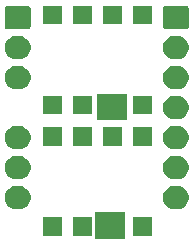
<source format=gbr>
%TF.GenerationSoftware,KiCad,Pcbnew,8.0.4*%
%TF.CreationDate,2024-09-08T19:35:36-03:00*%
%TF.ProjectId,PCBWay-Module_TA6586,50434257-6179-42d4-9d6f-64756c655f54,rev?*%
%TF.SameCoordinates,Original*%
%TF.FileFunction,Soldermask,Top*%
%TF.FilePolarity,Negative*%
%FSLAX46Y46*%
G04 Gerber Fmt 4.6, Leading zero omitted, Abs format (unit mm)*
G04 Created by KiCad (PCBNEW 8.0.4) date 2024-09-08 19:35:36*
%MOMM*%
%LPD*%
G01*
G04 APERTURE LIST*
G04 APERTURE END LIST*
G36*
X149100576Y-85999423D02*
G01*
X149105000Y-86010104D01*
X149105000Y-88239895D01*
X149100576Y-88250576D01*
X149089896Y-88255000D01*
X146560104Y-88255000D01*
X146549423Y-88250576D01*
X146545000Y-88239895D01*
X146545000Y-86010104D01*
X146549423Y-85999423D01*
X146560104Y-85995000D01*
X149089896Y-85995000D01*
X149100576Y-85999423D01*
G37*
G36*
X143780000Y-88020000D02*
G01*
X142180000Y-88020000D01*
X142180000Y-86420000D01*
X143780000Y-86420000D01*
X143780000Y-88020000D01*
G37*
G36*
X146320000Y-88020000D02*
G01*
X144720000Y-88020000D01*
X144720000Y-86420000D01*
X146320000Y-86420000D01*
X146320000Y-88020000D01*
G37*
G36*
X151400000Y-88020000D02*
G01*
X149800000Y-88020000D01*
X149800000Y-86420000D01*
X151400000Y-86420000D01*
X151400000Y-88020000D01*
G37*
G36*
X140198017Y-83744815D02*
G01*
X140390285Y-83783060D01*
X140571397Y-83858079D01*
X140734393Y-83966990D01*
X140873010Y-84105607D01*
X140981921Y-84268603D01*
X141056940Y-84449715D01*
X141095185Y-84641983D01*
X141095185Y-84838017D01*
X141056940Y-85030285D01*
X140981921Y-85211397D01*
X140873010Y-85374393D01*
X140734393Y-85513010D01*
X140571397Y-85621921D01*
X140390285Y-85696940D01*
X140198017Y-85735185D01*
X140100000Y-85740000D01*
X140098749Y-85740000D01*
X139901251Y-85740000D01*
X139900000Y-85740000D01*
X139801983Y-85735185D01*
X139609715Y-85696940D01*
X139428603Y-85621921D01*
X139265607Y-85513010D01*
X139126990Y-85374393D01*
X139018079Y-85211397D01*
X138943060Y-85030285D01*
X138904815Y-84838017D01*
X138904815Y-84641983D01*
X138943060Y-84449715D01*
X139018079Y-84268603D01*
X139126990Y-84105607D01*
X139265607Y-83966990D01*
X139428603Y-83858079D01*
X139609715Y-83783060D01*
X139801983Y-83744815D01*
X139900000Y-83740000D01*
X140100000Y-83740000D01*
X140198017Y-83744815D01*
G37*
G36*
X153598017Y-83744815D02*
G01*
X153790285Y-83783060D01*
X153971397Y-83858079D01*
X154134393Y-83966990D01*
X154273010Y-84105607D01*
X154381921Y-84268603D01*
X154456940Y-84449715D01*
X154495185Y-84641983D01*
X154495185Y-84838017D01*
X154456940Y-85030285D01*
X154381921Y-85211397D01*
X154273010Y-85374393D01*
X154134393Y-85513010D01*
X153971397Y-85621921D01*
X153790285Y-85696940D01*
X153598017Y-85735185D01*
X153500000Y-85740000D01*
X153498749Y-85740000D01*
X153301251Y-85740000D01*
X153300000Y-85740000D01*
X153201983Y-85735185D01*
X153009715Y-85696940D01*
X152828603Y-85621921D01*
X152665607Y-85513010D01*
X152526990Y-85374393D01*
X152418079Y-85211397D01*
X152343060Y-85030285D01*
X152304815Y-84838017D01*
X152304815Y-84641983D01*
X152343060Y-84449715D01*
X152418079Y-84268603D01*
X152526990Y-84105607D01*
X152665607Y-83966990D01*
X152828603Y-83858079D01*
X153009715Y-83783060D01*
X153201983Y-83744815D01*
X153300000Y-83740000D01*
X153500000Y-83740000D01*
X153598017Y-83744815D01*
G37*
G36*
X140198017Y-81204815D02*
G01*
X140390285Y-81243060D01*
X140571397Y-81318079D01*
X140734393Y-81426990D01*
X140873010Y-81565607D01*
X140981921Y-81728603D01*
X141056940Y-81909715D01*
X141095185Y-82101983D01*
X141095185Y-82298017D01*
X141056940Y-82490285D01*
X140981921Y-82671397D01*
X140873010Y-82834393D01*
X140734393Y-82973010D01*
X140571397Y-83081921D01*
X140390285Y-83156940D01*
X140198017Y-83195185D01*
X140100000Y-83200000D01*
X140098749Y-83200000D01*
X139901251Y-83200000D01*
X139900000Y-83200000D01*
X139801983Y-83195185D01*
X139609715Y-83156940D01*
X139428603Y-83081921D01*
X139265607Y-82973010D01*
X139126990Y-82834393D01*
X139018079Y-82671397D01*
X138943060Y-82490285D01*
X138904815Y-82298017D01*
X138904815Y-82101983D01*
X138943060Y-81909715D01*
X139018079Y-81728603D01*
X139126990Y-81565607D01*
X139265607Y-81426990D01*
X139428603Y-81318079D01*
X139609715Y-81243060D01*
X139801983Y-81204815D01*
X139900000Y-81200000D01*
X140100000Y-81200000D01*
X140198017Y-81204815D01*
G37*
G36*
X153598017Y-81204815D02*
G01*
X153790285Y-81243060D01*
X153971397Y-81318079D01*
X154134393Y-81426990D01*
X154273010Y-81565607D01*
X154381921Y-81728603D01*
X154456940Y-81909715D01*
X154495185Y-82101983D01*
X154495185Y-82298017D01*
X154456940Y-82490285D01*
X154381921Y-82671397D01*
X154273010Y-82834393D01*
X154134393Y-82973010D01*
X153971397Y-83081921D01*
X153790285Y-83156940D01*
X153598017Y-83195185D01*
X153500000Y-83200000D01*
X153498749Y-83200000D01*
X153301251Y-83200000D01*
X153300000Y-83200000D01*
X153201983Y-83195185D01*
X153009715Y-83156940D01*
X152828603Y-83081921D01*
X152665607Y-82973010D01*
X152526990Y-82834393D01*
X152418079Y-82671397D01*
X152343060Y-82490285D01*
X152304815Y-82298017D01*
X152304815Y-82101983D01*
X152343060Y-81909715D01*
X152418079Y-81728603D01*
X152526990Y-81565607D01*
X152665607Y-81426990D01*
X152828603Y-81318079D01*
X153009715Y-81243060D01*
X153201983Y-81204815D01*
X153300000Y-81200000D01*
X153500000Y-81200000D01*
X153598017Y-81204815D01*
G37*
G36*
X140198017Y-78664815D02*
G01*
X140390285Y-78703060D01*
X140571397Y-78778079D01*
X140734393Y-78886990D01*
X140873010Y-79025607D01*
X140981921Y-79188603D01*
X141056940Y-79369715D01*
X141095185Y-79561983D01*
X141095185Y-79758017D01*
X141056940Y-79950285D01*
X140981921Y-80131397D01*
X140873010Y-80294393D01*
X140734393Y-80433010D01*
X140571397Y-80541921D01*
X140390285Y-80616940D01*
X140198017Y-80655185D01*
X140100000Y-80660000D01*
X140098749Y-80660000D01*
X139901251Y-80660000D01*
X139900000Y-80660000D01*
X139801983Y-80655185D01*
X139609715Y-80616940D01*
X139428603Y-80541921D01*
X139265607Y-80433010D01*
X139126990Y-80294393D01*
X139018079Y-80131397D01*
X138943060Y-79950285D01*
X138904815Y-79758017D01*
X138904815Y-79561983D01*
X138943060Y-79369715D01*
X139018079Y-79188603D01*
X139126990Y-79025607D01*
X139265607Y-78886990D01*
X139428603Y-78778079D01*
X139609715Y-78703060D01*
X139801983Y-78664815D01*
X139900000Y-78660000D01*
X140100000Y-78660000D01*
X140198017Y-78664815D01*
G37*
G36*
X153598017Y-78664815D02*
G01*
X153790285Y-78703060D01*
X153971397Y-78778079D01*
X154134393Y-78886990D01*
X154273010Y-79025607D01*
X154381921Y-79188603D01*
X154456940Y-79369715D01*
X154495185Y-79561983D01*
X154495185Y-79758017D01*
X154456940Y-79950285D01*
X154381921Y-80131397D01*
X154273010Y-80294393D01*
X154134393Y-80433010D01*
X153971397Y-80541921D01*
X153790285Y-80616940D01*
X153598017Y-80655185D01*
X153500000Y-80660000D01*
X153498749Y-80660000D01*
X153301251Y-80660000D01*
X153300000Y-80660000D01*
X153201983Y-80655185D01*
X153009715Y-80616940D01*
X152828603Y-80541921D01*
X152665607Y-80433010D01*
X152526990Y-80294393D01*
X152418079Y-80131397D01*
X152343060Y-79950285D01*
X152304815Y-79758017D01*
X152304815Y-79561983D01*
X152343060Y-79369715D01*
X152418079Y-79188603D01*
X152526990Y-79025607D01*
X152665607Y-78886990D01*
X152828603Y-78778079D01*
X153009715Y-78703060D01*
X153201983Y-78664815D01*
X153300000Y-78660000D01*
X153500000Y-78660000D01*
X153598017Y-78664815D01*
G37*
G36*
X143780000Y-80400000D02*
G01*
X142180000Y-80400000D01*
X142180000Y-78800000D01*
X143780000Y-78800000D01*
X143780000Y-80400000D01*
G37*
G36*
X146320000Y-80400000D02*
G01*
X144720000Y-80400000D01*
X144720000Y-78800000D01*
X146320000Y-78800000D01*
X146320000Y-80400000D01*
G37*
G36*
X148860000Y-80400000D02*
G01*
X147260000Y-80400000D01*
X147260000Y-78800000D01*
X148860000Y-78800000D01*
X148860000Y-80400000D01*
G37*
G36*
X151400000Y-80400000D02*
G01*
X149800000Y-80400000D01*
X149800000Y-78800000D01*
X151400000Y-78800000D01*
X151400000Y-80400000D01*
G37*
G36*
X149250576Y-75949423D02*
G01*
X149255000Y-75960104D01*
X149255000Y-78189895D01*
X149250576Y-78200576D01*
X149239896Y-78205000D01*
X146710104Y-78205000D01*
X146699423Y-78200576D01*
X146695000Y-78189895D01*
X146695000Y-75960104D01*
X146699423Y-75949423D01*
X146710104Y-75945000D01*
X149239896Y-75945000D01*
X149250576Y-75949423D01*
G37*
G36*
X153598017Y-76124815D02*
G01*
X153790285Y-76163060D01*
X153971397Y-76238079D01*
X154134393Y-76346990D01*
X154273010Y-76485607D01*
X154381921Y-76648603D01*
X154456940Y-76829715D01*
X154495185Y-77021983D01*
X154495185Y-77218017D01*
X154456940Y-77410285D01*
X154381921Y-77591397D01*
X154273010Y-77754393D01*
X154134393Y-77893010D01*
X153971397Y-78001921D01*
X153790285Y-78076940D01*
X153598017Y-78115185D01*
X153500000Y-78120000D01*
X153498749Y-78120000D01*
X153301251Y-78120000D01*
X153300000Y-78120000D01*
X153201983Y-78115185D01*
X153009715Y-78076940D01*
X152828603Y-78001921D01*
X152665607Y-77893010D01*
X152526990Y-77754393D01*
X152418079Y-77591397D01*
X152343060Y-77410285D01*
X152304815Y-77218017D01*
X152304815Y-77021983D01*
X152343060Y-76829715D01*
X152418079Y-76648603D01*
X152526990Y-76485607D01*
X152665607Y-76346990D01*
X152828603Y-76238079D01*
X153009715Y-76163060D01*
X153201983Y-76124815D01*
X153300000Y-76120000D01*
X153500000Y-76120000D01*
X153598017Y-76124815D01*
G37*
G36*
X143780000Y-77700000D02*
G01*
X142180000Y-77700000D01*
X142180000Y-76100000D01*
X143780000Y-76100000D01*
X143780000Y-77700000D01*
G37*
G36*
X146320000Y-77700000D02*
G01*
X144720000Y-77700000D01*
X144720000Y-76100000D01*
X146320000Y-76100000D01*
X146320000Y-77700000D01*
G37*
G36*
X151400000Y-77700000D02*
G01*
X149800000Y-77700000D01*
X149800000Y-76100000D01*
X151400000Y-76100000D01*
X151400000Y-77700000D01*
G37*
G36*
X140198017Y-73584815D02*
G01*
X140390285Y-73623060D01*
X140571397Y-73698079D01*
X140734393Y-73806990D01*
X140873010Y-73945607D01*
X140981921Y-74108603D01*
X141056940Y-74289715D01*
X141095185Y-74481983D01*
X141095185Y-74678017D01*
X141056940Y-74870285D01*
X140981921Y-75051397D01*
X140873010Y-75214393D01*
X140734393Y-75353010D01*
X140571397Y-75461921D01*
X140390285Y-75536940D01*
X140198017Y-75575185D01*
X140100000Y-75580000D01*
X140098749Y-75580000D01*
X139901251Y-75580000D01*
X139900000Y-75580000D01*
X139801983Y-75575185D01*
X139609715Y-75536940D01*
X139428603Y-75461921D01*
X139265607Y-75353010D01*
X139126990Y-75214393D01*
X139018079Y-75051397D01*
X138943060Y-74870285D01*
X138904815Y-74678017D01*
X138904815Y-74481983D01*
X138943060Y-74289715D01*
X139018079Y-74108603D01*
X139126990Y-73945607D01*
X139265607Y-73806990D01*
X139428603Y-73698079D01*
X139609715Y-73623060D01*
X139801983Y-73584815D01*
X139900000Y-73580000D01*
X140100000Y-73580000D01*
X140198017Y-73584815D01*
G37*
G36*
X153598017Y-73584815D02*
G01*
X153790285Y-73623060D01*
X153971397Y-73698079D01*
X154134393Y-73806990D01*
X154273010Y-73945607D01*
X154381921Y-74108603D01*
X154456940Y-74289715D01*
X154495185Y-74481983D01*
X154495185Y-74678017D01*
X154456940Y-74870285D01*
X154381921Y-75051397D01*
X154273010Y-75214393D01*
X154134393Y-75353010D01*
X153971397Y-75461921D01*
X153790285Y-75536940D01*
X153598017Y-75575185D01*
X153500000Y-75580000D01*
X153498749Y-75580000D01*
X153301251Y-75580000D01*
X153300000Y-75580000D01*
X153201983Y-75575185D01*
X153009715Y-75536940D01*
X152828603Y-75461921D01*
X152665607Y-75353010D01*
X152526990Y-75214393D01*
X152418079Y-75051397D01*
X152343060Y-74870285D01*
X152304815Y-74678017D01*
X152304815Y-74481983D01*
X152343060Y-74289715D01*
X152418079Y-74108603D01*
X152526990Y-73945607D01*
X152665607Y-73806990D01*
X152828603Y-73698079D01*
X153009715Y-73623060D01*
X153201983Y-73584815D01*
X153300000Y-73580000D01*
X153500000Y-73580000D01*
X153598017Y-73584815D01*
G37*
G36*
X140198017Y-71044815D02*
G01*
X140390285Y-71083060D01*
X140571397Y-71158079D01*
X140734393Y-71266990D01*
X140873010Y-71405607D01*
X140981921Y-71568603D01*
X141056940Y-71749715D01*
X141095185Y-71941983D01*
X141095185Y-72138017D01*
X141056940Y-72330285D01*
X140981921Y-72511397D01*
X140873010Y-72674393D01*
X140734393Y-72813010D01*
X140571397Y-72921921D01*
X140390285Y-72996940D01*
X140198017Y-73035185D01*
X140100000Y-73040000D01*
X140098749Y-73040000D01*
X139901251Y-73040000D01*
X139900000Y-73040000D01*
X139801983Y-73035185D01*
X139609715Y-72996940D01*
X139428603Y-72921921D01*
X139265607Y-72813010D01*
X139126990Y-72674393D01*
X139018079Y-72511397D01*
X138943060Y-72330285D01*
X138904815Y-72138017D01*
X138904815Y-71941983D01*
X138943060Y-71749715D01*
X139018079Y-71568603D01*
X139126990Y-71405607D01*
X139265607Y-71266990D01*
X139428603Y-71158079D01*
X139609715Y-71083060D01*
X139801983Y-71044815D01*
X139900000Y-71040000D01*
X140100000Y-71040000D01*
X140198017Y-71044815D01*
G37*
G36*
X153598017Y-71044815D02*
G01*
X153790285Y-71083060D01*
X153971397Y-71158079D01*
X154134393Y-71266990D01*
X154273010Y-71405607D01*
X154381921Y-71568603D01*
X154456940Y-71749715D01*
X154495185Y-71941983D01*
X154495185Y-72138017D01*
X154456940Y-72330285D01*
X154381921Y-72511397D01*
X154273010Y-72674393D01*
X154134393Y-72813010D01*
X153971397Y-72921921D01*
X153790285Y-72996940D01*
X153598017Y-73035185D01*
X153500000Y-73040000D01*
X153498749Y-73040000D01*
X153301251Y-73040000D01*
X153300000Y-73040000D01*
X153201983Y-73035185D01*
X153009715Y-72996940D01*
X152828603Y-72921921D01*
X152665607Y-72813010D01*
X152526990Y-72674393D01*
X152418079Y-72511397D01*
X152343060Y-72330285D01*
X152304815Y-72138017D01*
X152304815Y-71941983D01*
X152343060Y-71749715D01*
X152418079Y-71568603D01*
X152526990Y-71405607D01*
X152665607Y-71266990D01*
X152828603Y-71158079D01*
X153009715Y-71083060D01*
X153201983Y-71044815D01*
X153300000Y-71040000D01*
X153500000Y-71040000D01*
X153598017Y-71044815D01*
G37*
G36*
X140854116Y-68500818D02*
G01*
X140905379Y-68506766D01*
X140922892Y-68514499D01*
X140945671Y-68519030D01*
X140970057Y-68535324D01*
X140990788Y-68544478D01*
X141004946Y-68558636D01*
X141026777Y-68573223D01*
X141041363Y-68595053D01*
X141055521Y-68609211D01*
X141064673Y-68629939D01*
X141080970Y-68654329D01*
X141085501Y-68677109D01*
X141093233Y-68694620D01*
X141099178Y-68745872D01*
X141100000Y-68750000D01*
X141100000Y-70250000D01*
X141099178Y-70254128D01*
X141093233Y-70305379D01*
X141085501Y-70322888D01*
X141080970Y-70345671D01*
X141064672Y-70370062D01*
X141055521Y-70390788D01*
X141041365Y-70404943D01*
X141026777Y-70426777D01*
X141004943Y-70441365D01*
X140990788Y-70455521D01*
X140970062Y-70464672D01*
X140945671Y-70480970D01*
X140922888Y-70485501D01*
X140905379Y-70493233D01*
X140854129Y-70499178D01*
X140850000Y-70500000D01*
X139150000Y-70500000D01*
X139145873Y-70499179D01*
X139094620Y-70493233D01*
X139077109Y-70485501D01*
X139054329Y-70480970D01*
X139029939Y-70464673D01*
X139009211Y-70455521D01*
X138995053Y-70441363D01*
X138973223Y-70426777D01*
X138958636Y-70404946D01*
X138944478Y-70390788D01*
X138935324Y-70370057D01*
X138919030Y-70345671D01*
X138914499Y-70322892D01*
X138906766Y-70305379D01*
X138900818Y-70254117D01*
X138900000Y-70250000D01*
X138900000Y-68750000D01*
X138900818Y-68745885D01*
X138906766Y-68694620D01*
X138914499Y-68677105D01*
X138919030Y-68654329D01*
X138935323Y-68629944D01*
X138944478Y-68609211D01*
X138958638Y-68595050D01*
X138973223Y-68573223D01*
X138995050Y-68558638D01*
X139009211Y-68544478D01*
X139029944Y-68535323D01*
X139054329Y-68519030D01*
X139077105Y-68514499D01*
X139094620Y-68506766D01*
X139145884Y-68500818D01*
X139150000Y-68500000D01*
X140850000Y-68500000D01*
X140854116Y-68500818D01*
G37*
G36*
X154254116Y-68500818D02*
G01*
X154305379Y-68506766D01*
X154322892Y-68514499D01*
X154345671Y-68519030D01*
X154370057Y-68535324D01*
X154390788Y-68544478D01*
X154404946Y-68558636D01*
X154426777Y-68573223D01*
X154441363Y-68595053D01*
X154455521Y-68609211D01*
X154464673Y-68629939D01*
X154480970Y-68654329D01*
X154485501Y-68677109D01*
X154493233Y-68694620D01*
X154499178Y-68745872D01*
X154500000Y-68750000D01*
X154500000Y-70250000D01*
X154499178Y-70254128D01*
X154493233Y-70305379D01*
X154485501Y-70322888D01*
X154480970Y-70345671D01*
X154464672Y-70370062D01*
X154455521Y-70390788D01*
X154441365Y-70404943D01*
X154426777Y-70426777D01*
X154404943Y-70441365D01*
X154390788Y-70455521D01*
X154370062Y-70464672D01*
X154345671Y-70480970D01*
X154322888Y-70485501D01*
X154305379Y-70493233D01*
X154254129Y-70499178D01*
X154250000Y-70500000D01*
X152550000Y-70500000D01*
X152545873Y-70499179D01*
X152494620Y-70493233D01*
X152477109Y-70485501D01*
X152454329Y-70480970D01*
X152429939Y-70464673D01*
X152409211Y-70455521D01*
X152395053Y-70441363D01*
X152373223Y-70426777D01*
X152358636Y-70404946D01*
X152344478Y-70390788D01*
X152335324Y-70370057D01*
X152319030Y-70345671D01*
X152314499Y-70322892D01*
X152306766Y-70305379D01*
X152300818Y-70254117D01*
X152300000Y-70250000D01*
X152300000Y-68750000D01*
X152300818Y-68745885D01*
X152306766Y-68694620D01*
X152314499Y-68677105D01*
X152319030Y-68654329D01*
X152335323Y-68629944D01*
X152344478Y-68609211D01*
X152358638Y-68595050D01*
X152373223Y-68573223D01*
X152395050Y-68558638D01*
X152409211Y-68544478D01*
X152429944Y-68535323D01*
X152454329Y-68519030D01*
X152477105Y-68514499D01*
X152494620Y-68506766D01*
X152545884Y-68500818D01*
X152550000Y-68500000D01*
X154250000Y-68500000D01*
X154254116Y-68500818D01*
G37*
G36*
X143780000Y-70080000D02*
G01*
X142180000Y-70080000D01*
X142180000Y-68480000D01*
X143780000Y-68480000D01*
X143780000Y-70080000D01*
G37*
G36*
X146320000Y-70080000D02*
G01*
X144720000Y-70080000D01*
X144720000Y-68480000D01*
X146320000Y-68480000D01*
X146320000Y-70080000D01*
G37*
G36*
X148860000Y-70080000D02*
G01*
X147260000Y-70080000D01*
X147260000Y-68480000D01*
X148860000Y-68480000D01*
X148860000Y-70080000D01*
G37*
G36*
X151400000Y-70080000D02*
G01*
X149800000Y-70080000D01*
X149800000Y-68480000D01*
X151400000Y-68480000D01*
X151400000Y-70080000D01*
G37*
M02*

</source>
